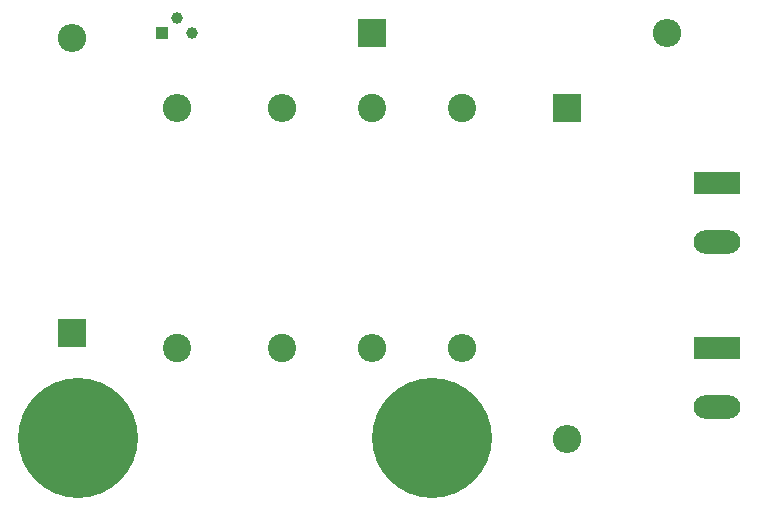
<source format=gbr>
G04 #@! TF.FileFunction,Copper,L2,Bot,Signal*
%FSLAX46Y46*%
G04 Gerber Fmt 4.6, Leading zero omitted, Abs format (unit mm)*
G04 Created by KiCad (PCBNEW 4.0.7) date 05/08/18 10:32:52*
%MOMM*%
%LPD*%
G01*
G04 APERTURE LIST*
%ADD10C,0.100000*%
%ADD11R,2.400000X2.400000*%
%ADD12O,2.400000X2.400000*%
%ADD13R,3.960000X1.980000*%
%ADD14O,3.960000X1.980000*%
%ADD15C,1.000000*%
%ADD16R,1.000000X1.000000*%
%ADD17C,2.400000*%
%ADD18C,10.160000*%
%ADD19C,0.250000*%
G04 APERTURE END LIST*
D10*
D11*
X116840000Y-85090000D03*
D12*
X141840000Y-85090000D03*
D11*
X133350000Y-91440000D03*
D12*
X133350000Y-119440000D03*
D11*
X91440000Y-110490000D03*
D12*
X91440000Y-85490000D03*
D13*
X146050000Y-111760000D03*
D14*
X146050000Y-116760000D03*
D13*
X146050000Y-97790000D03*
D14*
X146050000Y-102790000D03*
D15*
X100330000Y-83820000D03*
X101600000Y-85090000D03*
D16*
X99060000Y-85090000D03*
D17*
X109220000Y-111760000D03*
D12*
X109220000Y-91440000D03*
D17*
X124460000Y-91440000D03*
D12*
X124460000Y-111760000D03*
D17*
X116840000Y-91440000D03*
D12*
X116840000Y-111760000D03*
D17*
X100330000Y-111760000D03*
D12*
X100330000Y-91440000D03*
D18*
X91950000Y-119380000D03*
X121920000Y-119380000D03*
D19*
X146050000Y-102790000D02*
X146050000Y-102870000D01*
M02*

</source>
